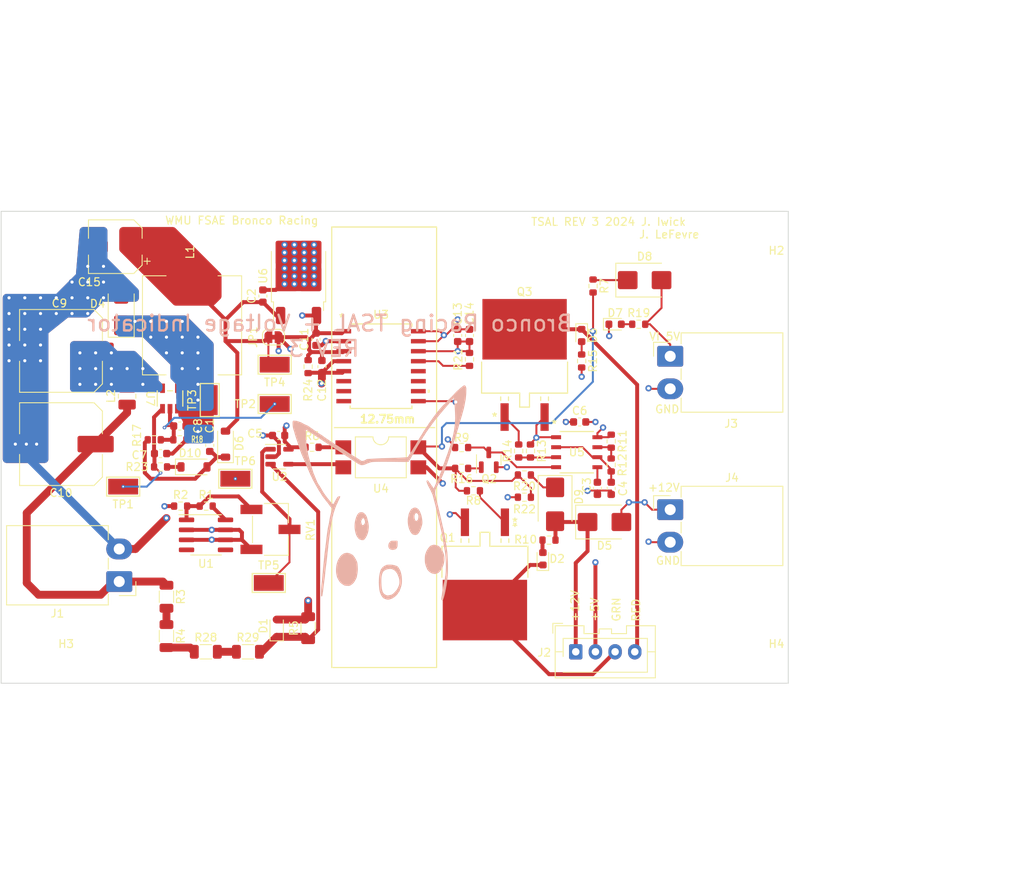
<source format=kicad_pcb>
(kicad_pcb (version 20221018) (generator pcbnew)
  (layers (0 "F.Cu" signal) (1 "In1.Cu" signal) (2 "In2.Cu" signal) (31 "B.Cu" signal) (34 "B.Paste" user) (35 "F.Paste" user) (36 "B.SilkS" user "B.Silkscreen") (37 "F.SilkS" user "F.Silkscreen") (38 "B.Mask" user) (39 "F.Mask" user) (44 "Edge.Cuts" user))
  (net 0 "")
  (net 1 "GND")
  (net 2 "+5V")
  (net 3 "TS-")
  (net 4 "+12V")
  (net 5 "Net-(D10-A)")
  (net 6 "Net-(D4-K)")
  (net 7 "Net-(U5-CV)")
  (net 8 "Net-(U5-THR)")
  (net 9 "+5V@GLV")
  (net 10 "Net-(U7-VCC)")
  (net 11 "Net-(U7-DRAIN)")
  (net 12 "Net-(D1-K)")
  (net 13 "Net-(D2-A)")
  (net 14 "/Ext-LED-Green")
  (net 15 "Net-(D3-A)")
  (net 16 "/Ext-LED-RED")
  (net 17 "Net-(D5-A)")
  (net 18 "Net-(D7-A)")
  (net 19 "Net-(Q1-G)")
  (net 20 "Net-(Q2-B)")
  (net 21 "Net-(Q2-C)")
  (net 22 "Net-(Q3-G)")
  (net 23 "Net-(U1-K)")
  (net 24 "Net-(U1-REF)")
  (net 25 "TS+")
  (net 26 "Net-(U5-DIS)")
  (net 27 "Net-(U5-Q)")
  (net 28 "Net-(U7-FB)")
  (net 29 "Net-(U3-SEL)")
  (net 30 "Net-(U2-+)")
  (net 32 "Net-(R3-Pad2)")
  (net 33 "Net-(R6-Pad2)")
  (net 34 "Net-(R16-Pad1)")
  (net 40 "Net-(U2-Pad4)")
  (net 41 "Net-(R28-Pad1)")
  (net 42 "Net-(R28-Pad2)")
  (net 43 "Net-(D6-A)")
  (net 44 "Net-(D8-K)")
  (net 45 "Net-(D9-K)")
  (net 46 "Net-(D10-K)")
  (footprint "Capacitor_SMD:C_0603_1608Metric" (layer "F.Cu") (at 135.25 103.5 180)
    (fp_text reference "C5")
    (fp_text value "100n")
  )
  (footprint "Resistor_SMD:R_0603_1608Metric" (layer "F.Cu") (at 120.25 107.5)
    (fp_text reference "R23")
    (fp_text value "24k")
  )
  (footprint "Resistor_SMD:R_0603_1608Metric" (layer "F.Cu") (at 159.5 93.825 90)
    (fp_text reference "R21")
    (fp_text value "0")
  )
  (footprint "Package_TO_SOT_SMD:SOT-23-5" (layer "F.Cu") (at 135.3625 106.2)
    (fp_text reference "U2")
    (fp_text value "LMV331")
  )
  (footprint "Diode_SMD:D_SMB" (layer "F.Cu") (at 181.75 83.75)
    (fp_text reference "D8")
    (fp_text value "SSB43L")
  )
  (footprint "Resistor_SMD:R_1206_3216Metric" (layer "F.Cu") (at 131.3525 131)
    (fp_text reference "R29")
    (fp_text value "500k")
  )
  (footprint "Resistor_SMD:R_0603_1608Metric" (layer "F.Cu") (at 122.700001 104.05)
    (fp_text reference "R18")
    (fp_text value "20k")
  )
  (footprint "Capacitor_SMD:C_0603_1608Metric" (layer "F.Cu") (at 175.75 110.225 90)
    (fp_text reference "C3")
    (fp_text value "100n")
  )
  (footprint "TestPoint:TestPoint_Keystone_5019_Minature" (layer "F.Cu") (at 126.5 99 90)
    (fp_text reference "TP3")
    (fp_text value "TestPoint")
  )
  (footprint "Resistor_SMD:R_0603_1608Metric" (layer "F.Cu") (at 139 94.75 -90)
    (fp_text reference "R24")
    (fp_text value "1k")
  )
  (footprint "Connector_TE-Connectivity:TE_MATE-N-LOK_1-770966-x_1x02_P4.14mm_Horizontal" (layer "F.Cu") (at 185 93.43)
    (fp_text reference "J3")
    (fp_text value "Conn_01x02")
  )
  (footprint "Capacitor_SMD:C_0603_1608Metric" (layer "F.Cu") (at 177.5049 110.225 90)
    (fp_text reference "C4")
    (fp_text value "1u")
  )
  (footprint "Resistor_SMD:R_0603_1608Metric" (layer "F.Cu") (at 160 110.5334)
    (fp_text reference "R8")
    (fp_text value "1k")
  )
  (footprint "Capacitor_SMD:C_0603_1608Metric" (layer "F.Cu") (at 159.5 90.7834 90)
    (fp_text reference "C14")
    (fp_text value "0.1u")
  )
  (footprint "Connector_TE-Connectivity:TE_MATE-N-LOK_1-770966-x_1x02_P4.14mm_Horizontal" (layer "F.Cu") (at 115 122.07 180)
    (fp_text reference "J1")
    (fp_text value "TE 770966-2")
  )
  (footprint "LED_SMD:LED_0603_1608Metric" (layer "F.Cu") (at 178 89.36)
    (fp_text reference "D7")
    (fp_text value "LED-Red")
  )
  (footprint "Resistor_SMD:R_0603_1608Metric" (layer "F.Cu") (at 126.05 112.48)
    (fp_text reference "R1")
    (fp_text value "2.2k")
  )
  (footprint "Capacitor_SMD:C_0603_1608Metric" (layer "F.Cu") (at 173.5 101.7834)
    (fp_text reference "C6")
    (fp_text value "100n")
  )
  (footprint "TestPoint:TestPoint_Keystone_5019_Minature" (layer "F.Cu") (at 115.5 110)
    (fp_text reference "TP1")
    (fp_text value "TestPoint")
  )
  (footprint "Jumper:SolderJumper-2_P1.3mm_Bridged_RoundedPad1.0x1.5mm" (layer "F.Cu") (at 134.6 91)
    (fp_text reference "JP1")
    (fp_text value "SolderJumper_2_Bridged")
  )
  (footprint "TestPoint:TestPoint_Keystone_5019_Minature" (layer "F.Cu") (at 134.75 94.5 180)
    (fp_text reference "TP4")
    (fp_text value "TestPoint")
  )
  (footprint "Resistor_SMD:R_0603_1608Metric" (layer "F.Cu") (at 177.5 107.25 -90)
    (fp_text reference "R12")
    (fp_text value "220k")
  )
  (footprint "Package_DIP:SMDIP-4_W9.53mm" (layer "F.Cu") (at 148.235 106.282)
    (fp_text reference "U4")
    (fp_text value "LTV-817S")
  )
  (footprint "Package_TO_SOT_SMD:SOT-23" (layer "F.Cu") (at 161.95 106.5959 90)
    (fp_text reference "Q2")
    (fp_text value "MMBT3904")
  )
  (footprint "MountingHole:MountingHole_4mm" (layer "F.Cu") (at 105 80)
    (fp_text reference "H1" hide)
    (fp_text value "MountingHole")
  )
  (footprint "Connector_TE-Connectivity:TE_MATE-N-LOK_1-770966-x_1x02_P4.14mm_Horizontal" (layer "F.Cu") (at 185 112.93)
    (fp_text reference "J4")
    (fp_text value "Conn_01x02")
  )
  (footprint "MountingHole:MountingHole_4mm" (layer "F.Cu") (at 105 130)
    (fp_text reference "H3")
    (fp_text value "MountingHole")
  )
  (footprint "Capacitor_SMD:C_0603_1608Metric" (layer "F.Cu") (at 158 90.7834 90)
    (fp_text reference "C13")
    (fp_text value "10u")
  )
  (footprint "Capacitor_SMD:C_Elec_10x10.2" (layer "F.Cu") (at 107.6 92.75 180)
    (fp_text reference "C9")
    (fp_text value "500V 3.9u")
  )
  (footprint "Resistor_SMD:R_0603_1608Metric" (layer "F.Cu") (at 169.6 116.8)
    (fp_text reference "R10")
    (fp_text value "2.2k")
  )
  (footprint "Inductor_SMD:L_12x12mm_H8mm" (layer "F.Cu") (at 124.25 89.5 90)
    (fp_text reference "L1")
    (fp_text value "1.2m")
  )
  (footprint "Resistor_SMD:R_1206_3216Metric" (layer "F.Cu") (at 139 128 90)
    (fp_text reference "R5")
    (fp_text value "20K")
  )
  (footprint "Resistor_SMD:R_1206_3216Metric" (layer "F.Cu") (at 121 124 -90)
    (fp_text reference "R3")
    (fp_text value "500k")
  )
  (footprint "IRLZ44NSTRLPBF:NMOSGDS_D2PAK_INF" (layer "F.Cu") (at 161.46 122.5344 180)
    (fp_text reference "Q1")
    (fp_text value "IRLZ44N")
  )
  (footprint "Potentiometer_SMD:Potentiometer_Bourns_3269W_Vertical" (layer "F.Cu") (at 134.215 115.44 90)
    (fp_text reference "RV1")
    (fp_text value "10k")
  )
  (footprint "Diode_SMD:D_SMB" (layer "F.Cu") (at 176.65 114.5)
    (fp_text reference "D5")
    (fp_text value "SSB43L")
  )
  (footprint "footprints 555:M08A-L" (layer "F.Cu") (at 173.12745 105.6284)
    (fp_text reference "U5")
    (fp_text value "LM555xN")
  )
  (footprint "Resistor_SMD:R_0603_1608Metric" (layer "F.Cu") (at 166.475 111.35)
    (fp_text reference "R22")
    (fp_text value "220k")
  )
  (footprint "Resistor_SMD:R_0603_1608Metric" (layer "F.Cu") (at 119.450001 104.05)
    (fp_text reference "R17")
    (fp_text value "20k")
  )
  (footprint "Resistor_SMD:R_0603_1608Metric" (layer "F.Cu") (at 175.2 84.5 -90)
    (fp_text reference "R7")
    (fp_text value "10k")
  )
  (footprint "IRLZ44NSTRLPBF:NMOSGDS_D2PAK_INF" (layer "F.Cu") (at 166.5 93.1613)
    (fp_text reference "Q3")
    (fp_text value "IRLZ44N")
  )
  (footprint "Diode_SMD:D_SOD-123" (layer "F.Cu") (at 128.5 104.6 90)
    (fp_text reference "D6")
    (fp_text value "1N4007")
  )
  (footprint "Resistor_SMD:R_0603_1608Metric" (layer "F.Cu") (at 167.25 105.4734 -90)
    (fp_text reference "R13")
    (fp_text value "100k")
  )
  (footprint "TestPoint:TestPoint_Keystone_5019_Minature" (layer "F.Cu") (at 129.75 109)
    (fp_text reference "TP6")
    (fp_text value "TestPoint")
  )
  (footprint "Connector_JST:JST_XA_B04B-XASK-1-A_1x04_P2.50mm_Vertical" (layer "F.Cu") (at 173 131)
    (fp_text reference "J2")
    (fp_text value "JST B04B-XASK")
  )
  (footprint "Capacitor_SMD:C_0603_1608Metric" (layer "F.Cu") (at 126.5 104.75 90)
    (fp_text reference "C1")
    (fp_text value "220n")
  )
  (footprint "MountingHole:MountingHole_4mm" (layer "F.Cu") (at 195 80)
    (fp_text reference "H2")
    (fp_text value "MountingHole")
  )
  (footprint "MountingHole:MountingHole_4mm" (layer "F.Cu") (at 195 130)
    (fp_text reference "H4")
    (fp_text value "MountingHole")
  )
  (footprint "Capacitor_SMD:C_Elec_10x10.2" (layer "F.Cu") (at 107.6 104.6 180)
    (fp_text reference "C10")
    (fp_text value "500V 3.9u")
  )
  (footprint "Resistor_SMD:R_0603_1608Metric" (layer "F.Cu") (at 177.5049 104.2234 -90)
    (fp_text reference "R11")
    (fp_text value "22k")
  )
  (footprint "Capacitor_SMD:C_0603_1608Metric" (layer "F.Cu") (at 140.75 94.75 -90)
    (fp_text reference "C12")
    (fp_text value "0.1u")
  )
  (footprint "Diode_SMD:D_SOD-323F" (layer "F.Cu") (at 135 128 90)
    (fp_text reference "D1")
    (fp_text value "BZT52C5V1SQ-7-F")
  )
  (footprint "Resistor_SMD:R_0603_1608Metric" (layer "F.Cu") (at 122.8 112.48)
    (fp_text reference "R2")
    (fp_text value "2.2k")
  )
  (footprint "Capacitor_SMD:C_0603_1608Metric" (layer "F.Cu") (at 120.25 105.8)
    (fp_text reference "C7")
    (fp_text value "2.2u")
  )
  (footprint "TestPoint:TestPoint_Keystone_5019_Minature" (layer "F.Cu") (at 134.75 99.5)
    (fp_text reference "TP2")
    (fp_text value "TestPoint")
  )
  (footprint "Capacitor_SMD:C_0603_1608Metric" (layer "F.Cu") (at 140 91.275 -90)
    (fp_text reference "C11")
    (fp_text value "10u")
  )
  (footprint "Resistor_SMD:R_0603_1608Metric" (layer "F.Cu") (at 158.5 107.6834)
    (fp_text reference "R16")
    (fp_text value "220k")
  )
  (footprint "Resistor_SMD:R_0603_1608Metric" (layer "F.Cu") (at 139.5 105)
    (fp_text reference "R6")
    (fp_text value "1k")
  )
  (footprint "Resistor_SMD:R_1206_3216Metric" (layer "F.Cu") (at 126 131)
    (fp_text reference "R28")
    (fp_text value "500k")
  )
  (footprint "Capacitor_SMD:C_0603_1608Metric" (layer "F.Cu") (at 122.700001 102.3)
    (fp_text reference "C8")
    (fp_text value "470p")
  )
  (footprint "Package_SO:SOIC-8_3.9x4.9mm_P1.27mm" (layer "F.Cu") (at 126.025 116.135)
    (fp_text reference "U1")
    (fp_text value "TL431D")
  )
  (footprint "Resistor_SMD:R_0603_1608Metric" (layer "F.Cu") (at 166.475 108.525 180)
    (fp_text reference "R20")
    (fp_text value "22k")
  )
  (footprint "Diode_SMD:D_SMA" (layer "F.Cu") (at 115.25 87.5 90)
    (fp_text reference "D4")
    (fp_text value "STTH1R06A")
  )
  (footprint "MP174AGJ_Z:TSOT23-5_MP174A_MNP" (layer "F.Cu") (at 121.450001 98.8 90)
    (fp_text reference "U7")
    (fp_text value "MP174AGJ-Z")
  )
  (footprint "Diode_SMD:D_SOD-123" (layer "F.Cu") (at 124.5 107.5)
    (fp_text reference "D10")
    (fp_text value "1N4148WS")
  )
  (footprint "Resistor_SMD:R_0603_1608Metric" (layer "F.Cu") (at 158.5 105.0334 180)
    (fp_text reference "R9")
    (fp_text value "22k")
  )
  (footprint "Resistor_SMD:R_0603_1608Metric" (layer "F.Cu") (at 173.75 94.0334 -90)
    (fp_text reference "R15")
    (fp_text value "1k")
  )
  (footprint "LED_SMD:LED_0603_1608Metric" (layer "F.Cu") (at 173.75 90.7834 -90)
    (fp_text reference "D3")
    (fp_text value "LED-Red")
  )
  (footprint "Resistor_SMD:R_1206_3216Metric" (layer "F.Cu") (at 121 129 -90)
    (fp_text reference "R4")
    (fp_text value "500k")
  )
  (footprint "Resistor_SMD:R_0603_1608Metric" (layer "F.Cu") (at 165.75 105.4734 90)
    (fp_text reference "R14")
    (fp_text value "1k")
  )
  (footprint "TestPoint:TestPoint_Keystone_5019_Minature" (layer "F.Cu") (at 134 122.25)
    (fp_text reference "TP5")
    (fp_text value "TestPoint")
  )
  (footprint "Diode_SMD:D_SMB" (layer "F.Cu") (at 170.375 112.25 -90)
    (fp_text reference "D9")
    (fp_text value "SSB43L")
  )
  (footprint "Capacitor_SMD:C_0603_1608Metric" (layer "F.Cu") (at 133.25 85.775 90)
    (fp_text reference "C2")
    (fp_text value "0.1u")
  )
  (footprint "Package_TO_SOT_SMD:TO-252-2" (layer "F.Cu") (at 137.78 83.21 90)
    (fp_text reference "U6")
    (fp_text value "LF50_TO252")
  )
  (footprint "Inductor_SMD:L_1008_2520Metric" (layer "F.Cu") (at 116 98.5 90)
    (fp_text reference "L2")
    (fp_text value "1m")
  )
  (footprint "footprints:SO_0DVER_TEX" (layer "F.Cu") (at 148.2629 94.695)
    (fp_text reference "U3")
    (fp_text value "UCC12040DVE")
  )
  (footprint "Capacitor_SMD:CP_Elec_6.3x7.7" (layer "F.Cu") (at 114.5 79.5 180)
    (fp_text reference "C15")
    (fp_text value "100u")
  )
  (footprint "LED_SMD:LED_0603_1608Metric" (layer "F.Cu") (at 168.825 119.175 90)
    (fp_text reference "D2")
    (fp_text value "LED-Green")
  )
  (footprint "Resistor_SMD:R_0603_1608Metric" (layer "F.Cu") (at 181 89.36)
    (fp_text reference "R19")
    (fp_text value "1k")
  )
  (footprint "TSAL:pika" (layer "B.Cu") (at 148 110.5 180)
    (fp_text reference "G***" hide)
    (fp_text value "LOGO" hide)
  )
  (gr_rect (start 142 77) (end 155.32 133) (stroke (width 0.15)) (fill none) (layer "F.SilkS"))
  (gr_line (start 142.325 102.5) (end 155.075 102.5) (stroke (width 0.15)) (layer "F.SilkS"))
  (gr_line (start 100 135) (end 200 135) (stroke (width 0.1)) (layer "Edge.Cuts"))
  (gr_line (start 200 135) (end 200 75) (stroke (width 0.1)) (layer "Edge.Cuts"))
  (gr_line (start 100 75) (end 100 135) (stroke (width 0.1)) (layer "Edge.Cuts"))
  (gr_line (start 200 75) (end 100 75) (stroke (width 0.1)) (layer "Edge.Cuts"))
  (gr_text "Bronco Racing TSAL + Voltage Indicator \nREV 3" (at 141 90.85) (layer "B.SilkS") (effects (font (size 2 2) (thickness 0.3)) (justify mirror)))
  (gr_text "RED" (at 181.25 127.25 90) (layer "F.SilkS") (effects (font (size 1 1)) (justify left bottom)))
  (gr_text "+12V" (at 182.1 110.7) (layer "F.SilkS") (effects (font (size 1 1)) (justify left bottom)))
  (gr_text "WMU FSAE Bronco Racing " (at 120.75 76.75) (layer "F.SilkS") (effects (font (size 1 1)) (justify left bottom)))
  (gr_text "+5V" (at 176 127.25 90) (layer "F.SilkS") (effects (font (size 1 1)) (justify left bottom)))
  (gr_text "TSAL REV 3 2024 J. Iwick \n                  J. LeFevre\n" (at 167.25 75.75) (layer "F.SilkS") (effects (font (size 1 1)) (justify left top)))
  (gr_text "GND" (at 183 100.75) (layer "F.SilkS") (effects (font (size 1 1)) (justify left bottom)))
  (gr_text "VI 5V" (at 182.25 91.5) (layer "F.SilkS") (effects (font (size 1 1)) (justify left bottom)))
  (gr_text "12.75mm" (at 145.45 102) (layer "F.SilkS") (effects (font (size 1 1) (thickness 0.25) bold) (justify left bottom)))
  (gr_text "+12V" (at 173.5 127.25 90) (layer "F.SilkS") (effects (font (size 1 1)) (justify left bottom)))
  (gr_text "GRN" (at 178.75 127.25 90) (layer "F.SilkS") (effects (font (size 1 1)) (justify left bottom)))
  (gr_text "GND" (at 183.1 120) (layer "F.SilkS") (effects (font (size 1 1)) (justify left bottom)))
  (segment (start 157.17 113.3634) (end 157 113.5334) (width 0.25) (layer "F.Cu") (net 1))
  (segment (start 177.5049 111) (end 177.5049 110.4984) (width 0.25) (layer "F.Cu") (net 1))
  (segment (start 177.5049 110.4984) (end 175.7549 110.4984) (width 0.25) (layer "F.Cu") (net 1))
  (segment (start 182.32 97.57) (end 182.25 97.5) (width 0.25) (layer "F.Cu") (net 1))
  (segment (start 156.5 90.75) (end 157.2416 90.0084) (width 0.25) (layer "F.Cu") (net 1))
  (segment (start 167.25 104.6484) (end 167.25 104.5334) (width 0.25) (layer "F.Cu") (net 1))
  (segment (start 157.75 113.3634) (end 158.92 114.5334) (width 0.25) (layer "F.Cu") (net 1))
  (segment (start 157.75 113.3634) (end 157.17 113.3634) (width 0.25) (layer "F.Cu") (net 1))
  (segment (start 169.04 101.1623) (end 168 102.2023) (width 0.25) (layer "F.Cu") (net 1))
  (segment (start 177.2125 90.8225) (end 177.25 90.86) (width 0.25) (layer "F.Cu") (net 1))
  (segment (start 153 90.25) (end 155.75 90.25) (width 0.25) (layer "F.Cu") (net 1))
  (segment (start 157.64 99.14) (end 153 99.14) (width 0.25) (layer "F.Cu") (net 1))
  (segment (start 155.75 90.25) (end 156.25 90.75) (width 0.25) (layer "F.Cu") (net 1))
  (segment (start 154.052 107.552) (end 156.1 109.6) (width 0.5) (layer "F.Cu") (net 1))
  (segment (start 165.65 111.35) (end 164.35 111.35) (width 0.25) (layer "F.Cu") (net 1))
  (segment (start 175.75 110.5033) (end 175.7549 110.4984) (width 0.25) (layer "F.Cu") (net 1))
  (segment (start 157.75 99.25) (end 157.64 99.14) (width 0.25) (layer "F.Cu") (net 1))
  (segment (start 156.25 90.75) (end 156.5 90.75) (width 0.25) (layer "F.Cu") (net 1))
  (segment (start 175.7549 110.4984) (end 174.535 110.4984) (width 0.25) (layer "F.Cu") (net 1))
  (segment (start 167.25 104.5334) (end 168 103.7834) (width 0.25) (layer "F.Cu") (net 1))
  (segment (start 185 97.57) (end 182.32 97.57) (width 0.25) (layer "F.Cu") (net 1))
  (segment (start 155.48 91.52) (end 156.25 90.75) (width 0.25) (layer "F.Cu") (net 1))
  (segment (start 174.535 110.4984) (end 174.5 110.5334) (width 0.25) (layer "F.Cu") (net 1))
  (segment (start 175.75 111) (end 175.75 110.5033) (width 0.25) (layer "F.Cu") (net 1))
  (segment (start 157.2416 90.0084) (end 158 90.0084) (width 0.25) (layer "F.Cu") (net 1))
  (segment (start 158 90.0084) (end 158 88.75) (width 0.25) (layer "F.Cu") (net 1))
  (segment (start 162.9 107.5334) (end 164.25 107.5334) (width 0.25) (layer "F.Cu") (net 1))
  (segment (start 153 107.552) (end 154.052 107.552) (width 0.5) (layer "F.Cu") (net 1))
  (segment (start 174.275 101.7834) (end 175.5 101.7834) (width 0.25) (layer "F.Cu") (net 1))
  (segment (start 182.32 117.07) (end 182.25 117) (width 0.25) (layer "F.Cu") (net 1))
  (segment (start 170.5049 103.7234) (end 168.06 103.7234) (width 0.25) (layer "F.Cu") (net 1))
  (segment (start 153 91.52) (end 155.48 91.52) (width 0.25) (layer "F.Cu") (net 1))
  (segment (start 185 117.07) (end 182.32 117.07) (width 0.25) (layer "F.Cu") (net 1))
  (segment (start 168.06 103.7234) (end 168 103.7834) (width 0.25) (layer "F.Cu") (net 1))
  (segment (start 158 90.0084) (end 159.5 90.0084) (width 0.25) (layer "F.Cu") (net 1))
  (segment (start 177.2125 89.36) (end 177.2125 90.8225) (width 0.25) (layer "F.Cu") (net 1))
  (segment (start 168 102.2023) (end 168 103.7834) (width 0.25) (layer "F.Cu") (net 1))
  (via (at 177.25 90.86) (size 0.8) (drill 0.4) (layers "F.Cu" "B.Cu") (net 1))
  (via (at 164.25 107.5334) (size 0.8) (drill 0.4) (layers "F.Cu" "B.Cu") (net 1))
  (via (at 156.1 109.6) (size 0.8) (drill 0.4) (layers "F.Cu" "B.Cu") (net 1))
  (via (at 156.25 90.75) (size 0.8) (drill 0.4) (layers "F.Cu" "B.Cu") (net 1))
  (via (at 158 88.75) (size 0.8) (drill 0.4) (layers "F.Cu" "B.Cu") (net 1))
  (via (at 157 113.5334) (size 0.8) (drill 0.4) (layers "F.Cu" "B.Cu") (net 1))
  (via (at 175.5 101.7834) (size 0.8) (drill 0.4) (layers "F.Cu" "B.Cu") (net 1))
  (via (at 182.25 117) (size 0.8) (drill 0.4) (layers "F.Cu" "B.Cu") (net 1))
  (via (at 174.5 110.5334) (size 0.8) (drill 0.4) (layers "F.Cu" "B.Cu") (net 1))
  (via (at 168 103.7834) (size 0.8) (drill 0.4) (layers "F.Cu" "B.Cu") (net 1))
  (via (at 164.35 111.35) (size 0.8) (drill 0.4) (layers "F.Cu" "B.Cu") (net 1))
  (via (at 157.75 99.25) (size 0.8) (drill 0.4) (layers "F.Cu" "B.Cu") (net 1))
  (via (at 182.25 97.5) (size 0.8) (drill 0.4) (layers "F.Cu" "B.Cu") (net 1))
  (segment (start 143.4158 92.9) (end 140.75 92.9) (width 0.5) (layer "F.Cu") (net 2))
  (segment (start 136.025 103.5) (end 136.025 102.475) (width 0.5) (layer "F.Cu") (net 2))
  (segment (start 140 90.5) (end 143.2758 90.5) (width 0.5) (layer "F.Cu") (net 2))
  (segment (start 136.75 105) (end 136.5 105.25) (width 0.5) (layer "F.Cu") (net 2))
  (segment (start 135.25 91) (end 135.25 92.75) (width 0.5) (layer "F.Cu") (net 2))
  (segment (start 120.77 112.48) (end 120.75 112.5) (width 0.5) (layer "F.Cu") (net 2))
  (segment (start 135.25 91) (end 138.75 91) (width 0.5) (layer "F.Cu") (net 2))
  (segment (start 139.4 92.9) (end 139.125 92.625) (width 0.5) (layer "F.Cu") (net 2))
  (segment (start 121.975 112.48) (end 120.77 112.48) (width 0.5) (layer "F.Cu") (net 2))
  (segment (start 143.5258 92.79) (end 143.4158 92.9) (width 0.5) (layer "F.Cu") (net 2))
  (segment (start 140.06 88.25) (end 138.25 88.25) (width 0.5) (layer "F.Cu") (net 2))
  (segment (start 136.025 103.5) (end 136.025 104.275) (width 0.5) (layer "F.Cu") (net 2))
  (segment (start 139 93.925) (end 139 93.3) (width 0.5) (layer "F.Cu") (net 2))
  (segment (start 138.75 91) (end 139.125 91.375) (width 0.5) (layer "F.Cu") (net 2))
  (segment (start 136.025 104.275) (end 136.75 105) (width 0.5) (layer "F.Cu") (net 2))
  (segment (start 140.75 92.9) (end 139.4 92.9) (width 0.5) (layer "F.Cu") (net 2))
  (segment (start 138.675 105) (end 136.75 105) (width 0.5) (layer "F.Cu") (net 2))
  (segment (start 140 90.5) (end 140 88.31) (width 0.5) (layer "F.Cu") (net 2))
  (segment (start 139 93.3) (end 139.4 92.9) (width 0.5) (layer "F.Cu") (net 2))
  (segment (start 140 88.31) (end 140.06 88.25) (width 0.5) (layer "F.Cu") (net 2))
  (segment (start 139.125 91.375) (end 140 90.5) (width 0.5) (layer "F.Cu") (net 2))
  (segment (start 139.125 92.625) (end 139.125 91.375) (width 0.5) (layer "F.Cu") (net 2))
  (segment (start 135.25 91) (end 136.75 92.5) (width 0.5) (layer "F.Cu") (net 2))
  (segment (start 143.2758 90.5) (end 143.5258 90.25) (width 0.5) (layer "F.Cu") (net 2))
  (segment (start 140.75 93.975) (end 140.75 92.9) (width 0.5) (layer "F.Cu") (net 2))
  (segment (start 136.025 102.475) (end 136.25 102.25) (width 0.5) (layer "F.Cu") (net 2))
  (via (at 138.25 88.25) (size 0.8) (drill 0.4) (layers "F.Cu" "B.Cu") (net 2))
  (via (at 136.75 92.5) (size 0.8) (drill 0.4) (layers "F.Cu" "B.Cu") (net 2))
  (via (at 135.25 92.75) (size 0.8) (drill 0.4) (layers "F.Cu" "B.Cu") (net 2))
  (via (at 136.25 102.25) (size 0.8) (drill 0.4) (layers "F.Cu" "B.Cu") (net 2))
  (via (at 120.75 112.5) (size 0.8) (drill 0.4) (layers "F.Cu" "B.Cu") (net 2))
  (segment (start 134.88 85) (end 136.255 83.625) (width 0.5) (layer "F.Cu") (net 3))
  (segment (start 130.25 115.5) (end 128.5 115.5) (width 0.5) (layer "F.Cu") (net 3))
  (segment (start 140.7 92.05) (end 141.25 91.5) (width 0.5) (layer "F.Cu") (net 3))
  (segment (start 123.55 115.5) (end 126.75 115.5) (width 0.5) (layer "F.Cu") (net 3))
  (segment (start 143.3308 95.525) (end 143.5258 95.33) (width 0.5) (layer "F.Cu") (net 3))
  (segment (start 126.77 116.77) (end 126.75 116.75) (width 0.5) (layer "F.Cu") (net 3))
  (segment (start 117.07 117.93) (end 121 114) (width 1) (layer "F.Cu") (net 3))
  (segment (start 130.59 115.84) (end 130.25 115.5) (width 0.5) (layer "F.Cu") (net 3))
  (segment (start 115 117.93) (end 117.07 117.93) (width 1) (layer "F.Cu") (net 3))
  (segment (start 135 126.9) (end 138.6375 126.9) (width 1) (layer "F.Cu") (net 3))
  (segment (start 143.5258 91.52) (end 141.27 91.52) (width 0.5) (layer "F.Cu") (net 3))
  (segment (start 139 126.5375) (end 139 124.5) (width 1) (layer "F.Cu") (net 3))
  (segment (start 134.225 106.2) (end 134.8875 106.2) (width 0.5) (layer "F.Cu") (net 3))
  (segment (start 143.5258 94.06) (end 142.215 94.06) (width 0.5) (layer "F.Cu") (net 3))
  (segment (start 138.6375 126.9) (end 139 126.5375) (width 1) (layer "F.Cu") (net 3))
  (segment (start 140 92.05) (end 140.7 92.05) (width 0.5) (layer "F.Cu") (net 3))
  (segment (start 135.2875 104.3125) (end 134.475 103.5) (width 0.5) (layer "F.Cu") (net 3))
  (segment (start 131.8 117.98) (end 130.59 116.77) (width 0.5) (layer "F.Cu") (net 3))
  (segment (start 128.5 115.5) (end 126.75 115.5) (width 0.5) (layer "F.Cu") (net 3))
  (segment (start 139.05 95.525) (end 139 95.575) (width 0.5) (layer "F.Cu") (net 3))
  (segment (start 133.25 85) (end 134.88 85) (width 0.5) (layer "F.Cu") (net 3))
  (segment (start 142.215 94.06) (end 140.75 95.525) (width 0.5) (layer "F.Cu") (net 3))
  (segment (start 134.475 103.5) (end 133.25 103.5) (width 0.5) (layer "F.Cu") (net 3))
  (segment (start 141.27 91.52) (end 141.25 91.5) (width 0.5) (layer "F.Cu") (net 3))
  (segment (start 126.73 116.77) (end 126.75 116.75) (width 0.5) (layer "F.Cu") (net 3))
  (segment (start 128.5 116.77) (end 126.77 116.77) (width 0.5) (layer "F.Cu") (net 3))
  (segment (start 140.75 95.525) (end 140.75 96.85) (width 1) (layer "F.Cu") (net 3))
  (segment (start 140.75 96.85) (end 140.7 96.9) (width 1) (layer "F.Cu") (net 3))
  (segment (start 123.55 116.77) (end 126.73 116.77) (width 0.5) (layer "F.Cu") (net 3))
  (segment (start 130.59 116.77) (end 128.5 116.77) (width 0.5) (layer "F.Cu") (net 3))
  (segment (start 130.59 116.77) (end 130.59 115.84) (width 0.5) (layer "F.Cu") (net 3))
  (segment (start 140.75 95.525) (end 143.3308 95.525) (width 0.5) (layer "F.Cu") (net 3))
  (segment (start 140.75 95.525) (end 139.05 95.525) (width 0.5) (layer "F.Cu") (net 3))
  (segment (start 135.2875 105.8) (end 135.2875 104.3125) (width 0.5) (layer "F.Cu") (net 3))
  (segment (start 134.8875 106.2) (end 135.2875 105.8) (width 0.5) (layer "F.Cu") (net 3))
  (via (at 139.75 82.25) (size 0.8) (drill 0.4) (layers "F.Cu" "B.Cu") (net 3))
  (via (at 139.75 84.25) (size 0.8) (drill 0.4) (layers "F.Cu" "B.Cu") (net 3))
  (via (at 105 92) (size 0.8) (drill 0.4) (layers "F.Cu" "B.Cu") (net 3))
  (via (at 137.25 79.25) (size 0.8) (drill 0.4) (layers "F.Cu" "B.Cu") (net 3))
  (via (at 103 92) (size 0.8) (drill 0.4) (layers "F.Cu" "B.Cu") (net 3))
  (via (at 111 84) (size 0.8) (drill 0.4) (layers "F.Cu" "B.Cu") (net 3))
  (via (at 113 82) (size 0.8) (drill 0.4) (layers "F.Cu" "B.Cu") (net 3))
  (via (at 129.75 109) (size 0.45) (drill 0.2) (layers "F.Cu" "B.Cu") (net 3))
  (via (at 138.5 84.25) (size 0.8) (drill 0.4) (layers "F.Cu" "B.Cu") (net 3))
  (via (at 101 92) (size 0.8) (drill 0.4) (layers "F.Cu" "B.Cu") (net 3))
  (via (at 138.5 83.25) (size 0.8) (drill 0.4) (layers "F.Cu" "B.Cu") (net 3))
  (via (at 113 86) (size 0.8) (drill 0.4) (layers "F.Cu" "B.Cu") (net 3))
  (via (at 109 84) (size 0.8) (drill 0.4) (layers "F.Cu" "B.Cu") (net 3))
  (via (at 126.75 115.5) (size 0.8) (drill 0.4) (layers "F.Cu" "B.Cu") (net 3))
  (via (at 109 86) (size 0.8) (drill 0.4) (layers "F.Cu" "B.Cu") (net 3))
  (via (at 141.25 91.5) (size 0.8) (drill 0.4) (layers "F.Cu" "B.Cu") (net 3))
  (via (at 137.25 83.25) (size 0.8) (drill 0.4) (layers "F.Cu" "B.Cu") (net 3))
  (via (at 101.8 104.6) (size 0.8) (drill 0.4) (layers "F.Cu" "B.Cu") (net 3))
  (via (at 111 86) (size 0.8) (drill 0.4) (layers "F.Cu" "B.Cu") (net 3))
  (via (at 105 94) (size 0.8) (drill 0.4) (layers "F.Cu" "B.Cu") (net 3))
  (via (at 139.75 80.25) (size 0.8) (drill 0.4) (layers "F.Cu" "B.Cu") (net 3))
  (via (at 101 86) (size 0.8) (drill 0.4) (layers "F.Cu" "B.Cu") (net 3))
  (via (at 136 84.25) (size 0.8) (drill 0.4) (layers "F.Cu" "B.Cu") (net 3))
  (via (at 138.5 80.25) (size 0.8) (drill 0.4) (layers "F.Cu" "B.Cu") (net 3))
  (via (at 101 90) (size 0.8) (drill 0.4) (layers "F.Cu" "B.Cu") (net 3))
  (via (at 139.75 83.25) (size 0.8) (drill 0.4) (layers "F.Cu" "B.Cu") (net 3))
  (via (at 109 88) (size 0.8) (drill 0.4) (layers "F.Cu" "B.Cu") (net 3))
  (via (at 104.5 104.6) (size 0.8) (drill 0.4) (layers "F.Cu" "B.Cu") (net 3))
  (via (at 137.25 84.25) (size 0.8) (drill 0.4) (layers "F.Cu" "B.Cu") (net 3))
  (via (at 101 88) (size 0.8) (drill 0.4) (layers "F.Cu" "B.Cu") (net 3))
  (via (at 136 80.25) (size 0.8) (drill 0.4) (layers "F.Cu" "B.Cu") (net 3))
  (via (at 138.5 81.25) (size 0.8) (drill 0.4) (layers "F.Cu" "B.Cu") (net 3))
  (via (at 107 88) (size 0.8) (drill 0.4) (layers "F.Cu" "B.Cu") (net 3))
  (via (at 107 86) (size 0.8) (drill 0.4) (layers "F.Cu" "B.Cu") (net 3))
  (via (at 136 83.25) (size 0.8) (drill 0.4) (layers "F.Cu" "B.Cu") (net 3))
  (via (at 111 88) (size 0.8) (drill 0.4) (layers "F.Cu" "B.Cu") (net 3))
  (via (at 137.25 82.25) (size 0.8) (drill 0.4) (layers "F.Cu" "B.Cu") (net 3))
  (via (at 139.75 79.25) (size 0.8) (drill 0.4) (layers "F.Cu" "B.Cu") (net 3))
  (via (at 139.75 81.25) (size 0.8) (drill 0.4) (layers "F.Cu" "B.Cu") (net 3))
  (via (at 103.2 104.6) (size 0.8) (drill 0.4) (layers "F.Cu" "B.Cu") (net 3))
  (via (at 136 79.25) (size 0.8) (drill 0.4) (layers "F.Cu" "B.Cu") (net 3))
  (via (at 111 82) (size 0.8) (drill 0.4) (layers "F.Cu" "B.Cu") (net 3))
  (via (at 113 84) (size 0.8) (drill 0.4) (layers "F.Cu" "B.Cu") (net 3))
  (via (at 140.7 96.9) (size 0.8) (drill 0.4) (layers "F.Cu" "B.Cu") (net 3))
  (via (at 137.25 81.25) (size 0.8) (drill 0.4) (layers "F.Cu" "B.Cu") (net 3))
  (via (at 138.5 82.25) (size 0.8) (drill 0.4) (layers "F.Cu" "B.Cu") (net 3))
  (via (at 138.5 79.25) (size 0.8) (drill 0.4) (layers "F.Cu" "B.Cu") (net 3))
  (via (at 103 86) (size 0.8) (drill 0.4) (layers "F.Cu" "B.Cu") (net 3))
  (via (at 139 124.5) (size 0.8) (drill 0.4) (layers "F.Cu" "B.Cu") (net 3))
  (via (at 133.25 103.5) (size 0.8) (drill 0.4) (layers "F.Cu" "B.Cu") (net 3))
  (via (at 121 114) (size 0.8) (drill 0.4) (layers "F.Cu" "B.Cu") (net 3))
  (via (at 105 90) (size 0.8) (drill 0.4) (layers "F.Cu" "B.Cu") (net 3))
  (via (at 101 94) (size 0.8) (drill 0.4) (layers "F.Cu" "B.Cu") (net 3))
  (via (at 103 94) (size 0.8) (drill 0.4) (layers "F.Cu" "B.Cu") (net 3))
  (via (at 103 90) (size 0.8) (drill 0.4) (layers "F.Cu" "B.Cu") (net 3))
  (via (at 105 88) (size 0.8) (drill 0.4) (layers "F.Cu" "B.Cu") (net 3))
  (via (at 137.25 80.25) (size 0.8) (drill 0.4) (layers "F.Cu" "B.Cu") (net 3))
  (via (at 136 82.25) (size 0.8) (drill 0.4) (layers "F.Cu" "B.Cu") (net 3))
  (via (at 136 81.25) (size 0.8) (drill 0.4) (layers "F.Cu" "B.Cu") (net 3))
  (via (at 105 86) (size 0.8) (drill 0.4) (layers "F.Cu" "B.Cu") (net 3))
  (via (at 126.75 116.75) (size 0.8) (drill 0.4) (layers "F.Cu" "B.Cu") (net 3))
  (via (at 103 88) (size 0.8) (drill 0.4) (layers "F.Cu" "B.Cu") (net 3))
  (segment (start 115 117.93) (end 103.07 106) (width 1) (layer "B.Cu") (net 3))
  (segment (start 103.07 106) (end 103 106) (width 1) (layer "B.Cu") (net 3))
  (segment (start 174.5 114.5) (end 174.5 118.2) (width 0.5) (layer "F.Cu") (net 4))
  (segment (start 170.425 116.8) (end 170.425 114.45) (width 0.5) (layer "F.Cu") (net 4))
  (segment (start 173 119.7) (end 173 131) (width 0.5) (layer "F.Cu") (net 4))
  (segment (start 174.5 114.5) (end 170.475 114.5) (width 0.5) (layer "F.Cu") (net 4))
  (segment (start 170.425 114.45) (end 170.375 114.4) (width 0.5) (layer "F.Cu") (net 4))
  (segment (start 174.5 118.2) (end 173 119.7) (width 0.5) (layer "F.Cu") (net 4))
  (segment (start 170.475 114.5) (end 170.375 114.4) (width 0.5) (layer "F.Cu") (net 4))
  (segment (start 170.375 116.75) (end 170.425 116.8) (width 0.25) (layer "F.Cu") (net 4))
  (segment (start 126.5 105.525) (end 126.675 105.525) (width 0.5) (layer "F.Cu") (net 5))
  (segment (start 118.25 104.425001) (end 118.625001 104.05) (width 0.5) (layer "F.Cu") (net 5))
  (segment (start 128.5 106.25) (end 127.4 106.25) (width 0.5) (layer "F.Cu") (net 5))
  (segment (start 126.675 105.525) (end 127.4 106.25) (width 0.5) (layer "F.Cu") (net 5))
  (segment (start 118.25 108.25) (end 118.25 104.425001) (width 0.5) (layer "F.Cu") (net 5))
  (segment (start 119 109) (end 118.25 108.25) (width 0.5) (layer "F.Cu") (net 5))
  (segment (start 127.4 106.25) (end 126.15 107.5) (width 0.5) (layer "F.Cu") (net 5))
  (segment (start 124.65 109) (end 119 109) (width 0.5) (layer "F.Cu") (net 5))
  (segment (start 126.15 107.5) (end 124.65 109) (width 0.5) (layer "F.Cu") (net 5))
  (segment (start 121.025 105.8) (end 121.775001 105.8) (width 0.5) (layer "F.Cu") (net 6))
  (segment (start 121.775001 105.8) (end 123.525001 104.05) (width 0.5) (layer "F.Cu") (net 6))
  (via (at 119 91) (size 0.8) (drill 0.4) (layers "F.Cu" "B.Cu") (net 6))
  (via (at 125 95) (size 0.8) (drill 0.4) (layers "F.Cu" "B.Cu") (net 6))
  (via (at 125 93) (size 0.8) (drill 0.4) (layers "F.Cu" "B.Cu") (net 6))
  (via (at 123 91) (size 0.8) (drill 0.4) (layers "F.Cu" "B.Cu") (net 6))
  (via (at 123 95) (size 0.8) (drill 0.4) (layers "F.Cu" "B.Cu") (net 6))
  (via (at 123 89) (size 0.8) (drill 0.4) (layers "F.Cu" "B.Cu") (net 6))
  (via (at 125 91) (size 0.8) (drill 0.4) (layers "F.Cu" "B.Cu") (net 6))
  (via (at 125 97) (size 0.8) (drill 0.4) (layers "F.Cu" "B.Cu") (net 6))
  (via (at 121 91) (size 0.8) (drill 0.4) (layers "F.Cu" "B.Cu") (net 6))
  (via (at 121 89) (size 0.8) (drill 0.4) (layers "F.Cu" "B.Cu") (net 6))
  (via (at 123 93) (size 0.8) (drill 0.4) (layers "F.Cu" "B.Cu") (net 6))
  (via (at 119 89) (size 0.8) (drill 0.4) (layers "F.Cu" "B.Cu") (net 6))
  (via (at 125 99) (size 0.8) (drill 0.4) (layers "F.Cu" "B.Cu") (net 6))
  (via (at 117 89) (size 0.8) (drill 0.4) (layers "F.Cu" "B.Cu") (net 6))
  (via (at 121 93) (size 0.8) (drill 0.4) (layers "F.Cu" "B.Cu") (net 6))
  (via (at 125 103) (size 0.8) (drill 0.4) (layers "F.Cu" "B.Cu") (net 6))
  (segment (start 175.7549 107.5383) (end 175.75 107.5334) (width 0.25) (layer "F.Cu") (net 7))
  (segment (start 175.75 109.45) (end 175.75 107.5334) (width 0.25) (layer "F.Cu") (net 7))
  (segment (start 175.75 106.2634) (end 175.9699 106.2634) (width 0.25) (layer "F.Cu") (net 8))
  (segment (start 175.12135 106.2634) (end 173.85135 104.9934) (width 0.25) (layer "F.Cu") (net 8))
  (segment (start 177.5 107.8033) (end 177.5049 107.7984) (width 0.25) (layer "F.Cu") (net 8))
  (segment (start 177.5 108.075) (end 177.5 107.8033) (width 0.25) (layer "F.Cu") (net 8))
  (segment (start 175.9699 106.2634) (end 177.5049 107.7984) (width 0.25) (layer "F.Cu") (net 8))
  (segment (start 173.85135 104.9934) (end 170.5049 104.9934) (width 0.25) (layer "F.Cu") (net 8))
  (segment (start 177.5049 109.45) (end 177.5049 108.0799) (width 0.25) (layer "F.Cu") (net 8))
  (segment (start 177.5049 108.0799) (end 177.5 108.075) (width 0.25) (layer "F.Cu") (net 8))
  (segment (start 175.75 106.2634) (end 175.12135 106.2634) (width 0.25) (layer "F.Cu") (net 8))
  (segment (start 159.2834 92.7834) (end 159.5 93) (width 0.25) (layer "F.Cu") (net 9))
  (segment (start 157.9934 92.79) (end 158 92.7834) (width 0.25) (layer "F.Cu") (net 9))
  (segment (start 157.85 92.9334) (end 158 92.7834) (width 0.25) (layer "F.Cu") (net 9))
  (segment (start 158 91.5584) (end 158 92.7834) (width 0.25) (layer "F.Cu") (net 9))
  (segment (start 153 92.79) (end 157.9934 92.79) (width 0.25) (layer "F.Cu") (net 9))
  (segment (start 183.9 83.75) (end 183.9 87.285) (width 0.25) (layer "F.Cu") (net 9))
  (segment (start 159.5 91.5584) (end 159.5 92.7834) (width 0.25) (layer "F.Cu") (net 9))
  (segment (start 172.725 101.7834) (end 171.75 101.7834) (width 0.25) (layer "F.Cu") (net 9))
  (segment (start 175.75 103.2094) (end 176.468 102.4914) (width 0.25) (layer "F.Cu") (net 9))
  (segment (start 175.5 131) (end 175.5 119.625) (width 0.5) (layer "F.Cu") (net 9))
  (segment (start 157.675 104.925) (end 156.75 104) (width 0.25) (layer "F.Cu") (net 9))
  (segment (start 181.825 89.36) (end 182.43 89.36) (width 0.25) (layer "F.Cu") (net 9))
  (segment (start 175.75 103.7234) (end 175.75 103.2094) (width 0.25) (layer "F.Cu") (net 9))
  (segment (start 183.9 87.285) (end 181.825 89.36) (width 0.25) (layer "F.Cu") (net 9))
  (segment (start 185 93.43) (end 185 91.93) (width 0.25) (layer "F.Cu") (net 9))
  (segment (start 157.8834 92.9) (end 158 92.7834) (width 0.25) (layer "F.Cu") (net 9))
  (segment (start 182.43 89.36) (end 185 91.93) (width 0.25) (layer "F.Cu") (net 9))
  (segment (start 173.75 94.8584) (end 173.75 96.0334) (width 0.25) (layer "F.Cu") (net 9))
  (segment (start 157.675 105.0334) (end 157.675 104.925) (width 0.25) (layer "F.Cu") (net 9))
  (segment (start 158 92.7834) (end 159.2834 92.7834) (width 0.25) (layer "F.Cu") (net 9))
  (segment (start 177.5049 103.3984) (end 177.1799 103.7234) (width 0.25) (layer "F.Cu") (net 9))
  (segment (start 171.5 101.5334) (end 171.75 101.7834) (width 0.25) (layer "F.Cu") (net 9))
  (segment (start 157.5864 105.122) (end 157.675 105.0334) (width 0.25) (layer "F.Cu") (net 9))
  (segment (start 175.75 103.7234) (end 177.1799 103.7234) (width 0.25) (layer "F.Cu") (net 9))
  (segment (start 158 91.5584) (end 159.5 91.5584) (width 0.25) (layer "F.Cu") (net 9))
  (via (at 175.5 119.625) (size 0.8) (drill 0.4) (layers "F.Cu" "B.Cu") (net 9))
  (via (at 156.75 104) (size 0.8) (drill 0.4) (layers "F.Cu" "B.Cu") (net 9))
  (via (at 173.75 96.0334) (size 0.8) (drill 0.4) (layers "F.Cu" "B.Cu") (net 9))
  (via (at 176.468 102.4914) (size 0.8) (drill 0.4) (layers "F.Cu" "B.Cu") (net 9))
  (via (at 158 92.7834) (size 0.8) (drill 0.4) (layers "F.Cu" "B.Cu") (net 9))
  (via (at 171.75 101.7834) (size 0.8) (drill 0.4) (layers "F.Cu" "B.Cu") (net 9))
  (segment (start 119.475 107.45) (end 119.425 107.5) (width 0.5) (layer "F.Cu") (net 10))
  (segment (start 119.425001 101.174999) (end 120.5 100.1) (width 0.5) (layer "F.Cu") (net 10))
  (segment (start 119.5 107.5) (end 120.25 108.25) (width 0.25) (layer "F.Cu") (net 10))
  (segment (start 119.425001 105.8) (end 119.425001 101.174999) (width 0.5) (layer "F.Cu") (net 10))
  (segment (start 119.425 107.5) (end 119.5 107.5) (width 0.25) (layer "F.Cu") (net 10))
  (segment (start 119.475 105.8) (end 119.475 107.45) (width 0.5) (layer "F.Cu") (net 10))
  (via (at 115.5 110) (size 0.45) (drill 0.2) (layers "F.Cu" "B.Cu") (net 10))
  (via (at 120.25 108.25) (size 0.45) (drill 0.2) (layers "F.Cu" "B.Cu") (net 10))
  (segment (start 118.5 110) (end 115.5 110) (width 0.25) (layer "B.Cu") (net 10))
  (segment (start 120.25 108.25) (end 118.5 110) (width 0.25) (layer "B.Cu") (net 10))
  (segment (start 120.5 97.5) (end 120.2 97.2) (width 0.5) (layer "F.Cu") (net 11))
  (via (at 114 97) (size 0.8) (drill 0.4) (layers "F.Cu" "B.Cu") (net 11))
  (via (at 110 93) (size 0.8) (drill 0.4) (layers "F.Cu" "B.Cu") (net 11))
  (via (at 112 93) (size 0.8) (drill 0.4) (layers "F.Cu" "B.Cu") (net 11))
  (via (at 112 97) (size 0.8) (drill 0.4) (layers "F.Cu" "B.Cu") (net 11))
  (via (at 114 95) (size 0.8) (drill 0.4) (layers "F.Cu" "B.Cu") (net 11))
  (via (at 116 95) (size 0.8) (drill 0.4) (layers "F.Cu" "B.Cu") (net 11))
  (via (at 118 95) (size 0.8) (drill 0.4) (layers "F.Cu" "B.Cu") (net 11))
  (via (at 118 97) (size 0.8) (drill 0.4) (layers "F.Cu" "B.Cu") (net 11))
  (via (at 112 95) (size 0.8) (drill 0.4) (layers "F.Cu" "B.Cu") (net 11))
  (via (at 110 95) (size 0.8) (drill 0.4) (layers "F.Cu" "B.Cu") (net 11))
  (via (at 110 97) (size 0.8) (drill 0.4) (layers "F.Cu" "B.Cu") (net 11))
  (via (at 114 93) (size 0.8) (drill 0.4) (layers "F.Cu" "B.Cu") (net 11))
  (segment (start 138.6375 129.1) (end 139 129.4625) (width 1) (layer "F.Cu") (net 12))
  (segment (start 135 129.1) (end 138.6375 129.1) (width 1) (layer "F.Cu") (net 12))
  (segment (start 133.1 131) (end 135 129.1) (width 1) (layer "F.Cu") (net 12))
  (segment (start 132.815 131) (end 133.1 131) (width 1) (layer "F.Cu") (net 12))
  (segment (start 140.275 128.1875) (end 139 129.4625) (width 0.5) (layer "F.Cu") (net 12))
  (segment (start 134.225 107.15) (end 140.275 113.2) (width 0.5) (layer "F.Cu") (net 12))
  (segment (start 140.275 113.2) (end 140.275 128.1875) (width 0.5) (layer "F.Cu") (net 12))
  (segment (start 168.775 118.3375) (end 168.825 118.3875) (width 0.5) (layer "F.Cu") (net 13))
  (segment (start 168.775 116.8) (end 168.775 118.3375) (width 0.5) (layer "F.Cu") (net 13))
  (segment (start 169.6143 133.85) (end 161.46 125.6957) (width 0.5) (layer "F.Cu") (net 14))
  (segment (start 168.825 119.9625) (end 167.1932 119.9625) (width 0.5) (layer "F.Cu") (net 14))
  (segment (start 178 131) (end 175.15 133.85) (width 0.5) (layer "F.Cu") (net 14))
  (segment (start 175.15 133.85) (end 169.6143 133.85) (width 0.5) (layer "F.Cu") (net 14))
  (segment (start 167.1932 119.9625) (end 161.46 125.6957) (width 0.5) (layer "F.Cu") (net 14))
  (segment (start 173.75 91.5709) (end 173.75 93.2084) (width 0.25) (layer "F.Cu") (net 15))
  (segment (start 180.8 130.7) (end 180.5 131) (width 0.5) (layer "F.Cu") (net 16))
  (segment (start 173.75 89.9959) (end 180.8 97.0459) (width 0.5) (layer "F.Cu") (net 16))
  (segment (start 166.5041 89.9959) (end 166.5 90) (width 0.25) (layer "F.Cu") (net 16))
  (segment (start 166.5 90) (end 173.7459 90) (width 0.5) (layer "F.Cu") (net 16))
  (segment (start 180.8 97.0459) (end 180.8 130.7) (width 0.5) (layer "F.Cu") (net 16))
  (segment (start 173.7459 90) (end 173.75 89.9959) (width 0.5) (layer "F.Cu") (net 16))
  (segment (start 178.8 112.95) (end 178.8 114.5) (width 0.25) (layer "F.Cu") (net 17))
  (segment (start 185 112.93) (end 182.68 112.93) (width 0.25) (layer "F.Cu") (net 17))
  (segment (start 182.68 112.93) (end 181.75 112) (width 0.25) (layer "F.Cu") (net 17))
  (segment (start 179.75 112) (end 178.8 112.95) (width 0.25) (layer "F.Cu") (net 17))
  (via (at 181.75 112) (size 0.8) (drill 0.4) (layers "F.Cu" "B.Cu") (net 17))
  (via (at 179.75 112) (size 0.8) (drill 0.4) (layers "F.Cu" "B.Cu") (net 17))
  (segment (start 179.75 112) (end 181.75 112) (width 0.25) (layer "B.Cu") (net 17))
  (segment (start 180.175 89.36) (end 178.7875 89.36) (width 0.25) (layer "F.Cu") (net 18))
  (segment (start 164 114.5334) (end 160.825 111.3584) (width 0.25) (layer "F.Cu") (net 19))
  (segment (start 160.825 111.3584) (end 160.825 110.5334) (width 0.25) (layer "F.Cu") (net 19))
  (segment (start 160.85 107.6834) (end 161 107.5334) (width 0.25) (layer "F.Cu") (net 20))
  (segment (start 159.325 107.6834) (end 160.85 107.6834) (width 0.25) (layer "F.Cu") (net 20))
  (segment (start 165.51 107.5334) (end 163.635 105.6584) (width 0.25) (layer "F.Cu") (net 21))
  (segment (start 161.325 105.0334) (end 161.95 105.6584) (width 0.25) (layer "F.Cu") (net 21))
  (segment (start 159.325 105.0334) (end 161.325 105.0334) (width 0.25) (layer "F.Cu") (net 21))
  (segment (start 170.5049 107.5334) (end 165.51 107.5334) (width 0.25) (layer "F.Cu") (net 21))
  (segment (start 163.635 105.6584) (end 161.95 105.6584) (width 0.25) (layer "F.Cu") (net 21))
  (segment (start 163.96 101.1623) (end 165.75 102.9523) (width 0.25) (layer "F.Cu") (net 22))
  (segment (start 165.75 102.9523) (end 165.75 104.6484) (width 0.25) (layer "F.Cu") (net 22))
  (segment (start 130.15 111.25) (end 126.455 111.25) (width 0.5) (layer "F.Cu") (net 23))
  (segment (start 123.55 112.555) (end 123.625 112.48) (width 0.5) (layer "F.Cu") (net 23))
  (segment (start 131.8 112.9) (end 130.15 111.25) (width 0.5) (layer "F.Cu") (net 23))
  (segment (start 123.55 114.23) (end 123.55 112.555) (width 0.5) (layer "F.Cu") (net 23))
  (segment (start 126.455 111.25) (end 125.225 112.48) (width 0.5) (layer "F.Cu") (net 23))
  (segment (start 125.225 112.48) (end 123.625 112.48) (width 0.5) (layer "F.Cu") (net 23))
  (segment (start 126.875 112.605) (end 128.5 114.23) (width 0.5) (layer "F.Cu") (net 24))
  (segment (start 126.875 112.48) (end 126.875 112.605) (width 0.5) (layer "F.Cu") (net 24))
  (segment (start 115 122.07) (end 120.5325 122.07) (width 1) (layer "F.Cu") (net 25))
  (segment (start 114.32 122.07) (end 112.64 123.75) (width 1) (layer "F.Cu") (net 25))
  (segment (start 103.25 113.35) (end 103.25 122.25) (width 1) (layer "F.Cu") (net 25))
  (segment (start 103.25 113.35) (end 112 104.6) (width 1) (layer "F.Cu") (net 25))
  (segment (start 115 122.07) (end 114.32 122.07) (width 1) (layer "F.Cu") (net 25))
  (segment (start 104.75 123.75) (end 112.64 123.75) (width 1) (layer "F.Cu") (net 25))
  (segment (start 112 104.6) (end 116 100.6) (width 1) (layer "F.Cu") (net 25))
  (segment (start 116 100.6) (end 116 100.05) (width 1) (layer "F.Cu") (net 25))
  (segment (start 120.5325 122.07) (end 121 122.5375) (width 1) (layer "F.Cu") (net 25))
  (segment (start 103.25 122.25) (end 104.75 123.75) (width 1) (layer "F.Cu") (net 25))
  (segment (start 177.5 106.425) (end 177.5 106.1533) (width 0.25) (layer "F.Cu") (net 26))
  (segment (start 177.4499 104.9934) (end 177.5049 105.0484) (width 0.25) (layer "F.Cu") (net 26))
  (segment (start 177.5 106.1533) (end 177.5049 106.1484) (width 0.25) (layer "F.Cu") (net 26))
  (segment (start 177.5049 105.0484) (end 177.5049 106.1484) (width 0.25) (layer "F.Cu") (net 26))
  (segment (start 175.75 104.9934) (end 177.4499 104.9934) (width 0.25) (layer "F.Cu") (net 26))
  (segment (start 165.75 106.2984) (end 167.25 106.2984) (width 0.25) (layer "F.Cu") (net 27))
  (segment (start 167.25 106.2984) (end 170.4699 106.2984) (width 0.25) (layer "F.Cu") (net 27))
  (segment (start 170.4699 106.2984) (end 170.5049 106.2634) (width 0.25) (layer "F.Cu") (net 27))
  (segment (start 120.350001 104.05) (end 121.875001 104.05) (width 0.5) (layer "F.Cu") (net 28))
  (segment (start 121.925001 102.3) (end 120.95 102.3) (width 0.25) (layer "F.Cu") (net 28))
  (segment (start 121.450001 101.825) (end 121.925001 102.3) (width 0.5) (layer "F.Cu") (net 28))
  (segment (start 121.925001 104) (end 121.875001 104.05) (width 0.5) (layer "F.Cu") (net 28))
  (segment (start 121.450001 100.1) (end 121.450001 101.825) (width 0.5) (layer "F.Cu") (net 28))
  (segment (start 121.925001 102.3) (end 121.925001 104) (width 0.5) (layer "F.Cu") (net 28))
  (segment (start 120.95 102.3) (end 120.75 102.5) (width 0.25) (layer "F.Cu") (net 28))
  (via (at 134.75 99.5) (size 0.45) (drill 0.2) (layers "F.Cu" "B.Cu") (net 28))
  (via (at 120.75 102.5) (size 0.45) (drill 0.2) (layers "F.Cu" "B.Cu") (net 28))
  (segment (start 120.75 102.5) (end 122 101.25) (width 0.25) (layer "B.Cu") (net 28))
  (segment (start 122 101.25) (end 133 101.25) (width 0.25) (layer "B.Cu") (net 28))
  (segment (start 133 101.25) (end 134.75 99.5) (width 0.25) (layer "B.Cu") (net 28))
  (segment (start 155.56 94.06) (end 153 94.06) (width 0.25) (layer "F.Cu") (net 29))
  (segment (start 159.5 94.65) (end 156.15 94.65) (width 0.25) (layer "F.Cu") (net 29))
  (segment (start 156.15 94.65) (end 155.56 94.06) (width 0.25) (layer "F.Cu") (net 29))
  (segment (start 159.5 94.65) (end 159.5 94.4334) (width 0.25) (layer "F.Cu") (net 29))
  (segment (start 134.225 105.25) (end 133.5625 105.25) (width 0.5) (layer "F.Cu") (net 30))
  (segment (start 133.1625 110.6625) (end 136.63 114.13) (width 0.5) (layer "F.Cu") (net 30))
  (segment (start 134 122.25) (end 136.63 119.62) (width 0.25) (layer "F.Cu") (net 30))
  (segment (start 133.1625 105.65) (end 133.1625 110.6625) (width 0.5) (layer "F.Cu") (net 30))
  (segment (start 136.63 119.62) (end 136.63 115.44) (width 0.25) (layer "F.Cu") (net 30))
  (segment (start 136.63 114.13) (end 136.63 115.44) (width 0.5) (layer "F.Cu") (net 30))
  (segment (start 133.5625 105.25) (end 133.1625 105.65) (width 0.5) (layer "F.Cu") (net 30))
  (segment (start 121 125.4625) (end 121 127.5375) (width 1) (layer "F.Cu") (net 32))
  (segment (start 143.458 105) (end 143.47 105.012) (width 0.5) (layer "F.Cu") (net 33))
  (segment (start 140.325 105) (end 143.458 105) (width 0.5) (layer "F.Cu") (net 33))
  (segment (start 159.2666 109.275) (end 157.675 107.6834) (width 0.25) (layer "F.Cu") (net 34))
  (segment (start 165.65 108.525) (end 164.9 109.275) (width 0.25) (layer "F.Cu") (net 34))
  (segment (start 155.6714 107.6834) (end 153 105.012) (width 0.5) (layer "F.Cu") (net 34))
  (segment (start 156 104.9) (end 153.112 104.9) (width 0.25) (layer "F.Cu") (net 34))
  (segment (start 158.1834 110.5334) (end 157.75 110.1) (width 0.25) (layer "F.Cu") (net 34))
  (segment (start 157.5436 107.552) (end 157.675 107.6834) (width 0.25) (layer "F.Cu") (net 34))
  (segment (start 175.2 85.325) (end 175.2 90.225) (width 0.25) (layer "F.Cu") (net 34))
  (segment (start 159.175 110.5334) (end 158.1834 110.5334) (width 0.25) (layer "F.Cu") (net 34))
  (segment (start 157.75 107.7584) (end 157.675 107.6834) (width 0.25) (layer "F.Cu") (net 34))
  (segment (start 157.675 107.6834) (end 155.6714 107.6834) (width 0.5) (layer "F.Cu") (net 34))
  (segment (start 159.1 110.4584) (end 159.175 110.5334) (width 0.25) (layer "F.Cu") (net 34))
  (segment (start 157.75 110.1) (end 157.75 107.7584) (width 0.25) (layer "F.Cu") (net 34))
  (segment (start 175.2 90.225) (end 175.175 90.25) (width 0.25) (layer "F.Cu") (net 34))
  (segment (start 167.3 111.35) (end 167.3 110.175) (width 0.25) (layer "F.Cu") (net 34))
  (segment (start 167.3 110.175) (end 165.65 108.525) (width 0.25) (layer "F.Cu") (net 34))
  (segment (start 164.9 109.275) (end 159.2666 109.275) (width 0.25) (layer "F.Cu") (net 34))
  (segment (start 153.112 104.9) (end 153 105.012) (width 0.25) (layer "F.Cu") (net 34))
  (via (at 175.175 90.25) (size 0.8) (drill 0.4) (layers "F.Cu" "B.Cu") (net 34))
  (via (at 156 104.9) (size 0.8) (drill 0.4) (layers "F.Cu" "B.Cu") (net 34))
  (segment (start 156 104.9) (end 156 102.5) (width 0.25) (layer "B.Cu") (net 34))
  (segment (start 169.925 101.925) (end 175.175 96.675) (width 0.25) (layer "B.Cu") (net 34))
  (segment (start 156.575 101.925) (end 169.925 101.925) (width 0.25) (layer "B.Cu") (net 34))
  (segment (start 175.175 96.675) (end 175.175 90.25) (width 0.25) (layer "B.Cu") (net 34))
  (segment (start 156 102.5) (end 156.575 101.925) (width 0.25) (layer "B.Cu") (net 34))
  (segment (start 136.5 107.15) (end 143.068 107.15) (width 0.5) (layer "F.Cu") (net 40))
  (segment (start 143.068 107.15) (end 143.47 107.552) (width 0.5) (layer "F.Cu") (net 40))
  (segment (start 124 130.4625) (end 124.5375 131) (width 1) (layer "F.Cu") (net 41))
  (segment (start 121 130.4625) (end 124 130.4625) (width 1) (layer "F.Cu") (net 41))
  (segment (start 127.4625 131) (end 129.89 131) (width 1) (layer "F.Cu") (net 42))
  (segment (start 130 93) (end 128.5 91.5) (width 0.5) (layer "F.Cu") (net 43))
  (segment (start 130 101.45) (end 130 93) (width 0.5) (layer "F.Cu") (net 43))
  (segment (start 130.75 86.55) (end 128.5 88.8) (width 0.5) (layer "F.Cu") (net 43))
  (segment (start 124.25 84.55) (end 122.25 84.55) (width 1) (layer "F.Cu") (net 43))
  (segment (start 134.95 88.25) (end 133.25 86.55) (width 0.5) (layer "F.Cu") (net 43))
  (segment (start 135.5 88.25) (end 134.95 88.25) (width 0.5) (layer "F.Cu") (net 43))
  (segment (start 128.5 102.95) (end 130 101.45) (width 0.5) (layer "F.Cu") (net 43))
  (segment (start 128.5 91.5) (end 128.5 88.8) (width 0.5) (layer "F.Cu") (net 43))
  (segment (start 133.45 91.5) (end 128.5 91.5) (width 0.5) (layer "F.Cu") (net 43))
  (segment (start 133.95 91) (end 133.45 91.5) (width 0.5) (layer "F.Cu") (net 43))
  (segment (start 128.5 88.8) (end 124.25 84.55) (width 0.5) (layer "F.Cu") (net 43))
  (segment (start 133.95 93.7) (end 134.75 94.5) (width 0.25) (layer "F.Cu") (net 43))
  (segment (start 133.25 86.55) (end 130.75 86.55) (width 0.5) (layer "F.Cu") (net 43))
  (segment (start 133.95 91) (end 133.95 93.7) (width 0.25) (layer "F.Cu") (net 43))
  (segment (start 179.6 83.75) (end 175.275 83.75) (width 0.25) (layer "F.Cu") (net 44))
  (segment (start 175.275 83.75) (end 175.2 83.675) (width 0.25) (layer "F.Cu") (net 44))
  (segment (start 168.875 110.1) (end 167.3 108.525) (width 0.25) (layer "F.Cu") (net 45))
  (segment (start 170.375 110.1) (end 168.875 110.1) (width 0.25) (layer "F.Cu") (net 45))
  (segment (start 122.85 107.5) (end 121.075 107.5) (width 0.5) (layer "F.Cu") (net 46))
  (zone (net 43) (net_name "Net-(D6-A)") (layer "F.Cu") (priority 6) (connect_pads yes (clearance 0.75)) (min_thickness 1) (fill yes (thermal_gap 0.5) (thermal_bridge_width 1))
    (polygon (pts (xy 115 77) (xy 122 77) (xy 128 83) (xy 128 86) (xy 127 87) (xy 122 87) (xy 115 80)))
  )
  (zone (net 3) (net_name "TS-") (layers "F.Cu" "In1.Cu" "In2.Cu" "B.Cu") (priority 7) (connect_pads yes (clearance 0.75)) (min_thickness 1) (fill yes (thermal_gap 0.5) (thermal_bridge_width 1))
    (polygon (pts (xy 100 107) (xy 100 85.5) (xy 107 85.5) (xy 109.5 83) (xy 110 77) (xy 113.5 77) (xy 113.5 81) (xy 117.5 85) (xy 117.5 86.5) (xy 113 86.5) (xy 111 88.5) (xy 108.5 88.5) (xy 106 90.5) (xy 106 107)))
  )
  (zone (net 11) (net_name "Net-(U7-DRAIN)") (layers "F.Cu" "In1.Cu" "In2.Cu" "B.Cu") (priority 5) (connect_pads yes (clearance 0.75)) (min_thickness 1) (fill yes (thermal_gap 0.5) (thermal_bridge_width 1))
    (polygon (pts (xy 108.75 91.5) (xy 113.5 91.5) (xy 114.75 92.75) (xy 117 92.75) (xy 120 95.75) (xy 120 96.5) (xy 120.5 97) (xy 120.5 98) (xy 108.75 98)))
  )
  (zone (net 6) (net_name "Net-(D4-K)") (layers "F.Cu" "In1.Cu" "In2.Cu" "B.Cu") (priority 4) (connect_pads yes (clearance 0.75)) (min_thickness 1) (fill yes (thermal_gap 0.5) (thermal_bridge_width 1))
    (polygon (pts (xy 122.25 97) (xy 121.5 96.25) (xy 121.5 94.5) (xy 118 91) (xy 115 91) (xy 114.5 90.5) (xy 114.5 88.25) (xy 123.5 88.25) (xy 127 91.75) (xy 127 104.5) (xy 123.5 104.5) (xy 123.25 104.25) (xy 123.25 102.5) (xy 122.25 101.5)))
  )
  (zone (net 0) (net_name "") (layers "In1.Cu" "In2.Cu" "B.Cu") (name "NO NO") (connect_pads (clearance 0)) (min_thickness 0.254)
    (keepout (tracks not_allowed) (vias not_allowed) (pads not_allowed) (copperpour not_allowed) (footprints not_allowed))
    (fill (thermal_gap 0.508) (thermal_bridge_width 0.508))
    (polygon (pts (xy 155.282 157.142) (xy 155.282 48.142) (xy 141.782 48.542) (xy 141.782 157.542)))
  )
)
</source>
